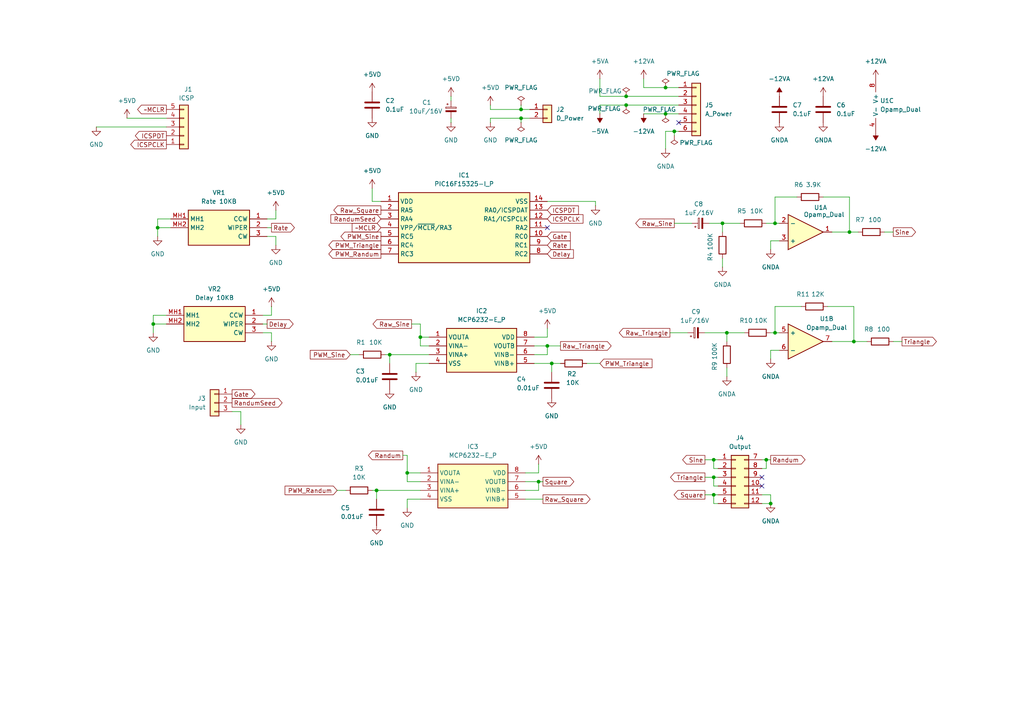
<source format=kicad_sch>
(kicad_sch (version 20231120) (generator "eeschema") (generator_version "8.0")
  (paper "A4")
  (lib_symbols
    (symbol "Connector_Generic:Conn_01x02" (pin_names (offset 1.016) hide)
      (property "Reference" "J" (at 0 2.54 0))
      (property "Value" "Conn_01x02" (at 0 -5.08 0))
      (symbol "Conn_01x02_1_1"
        (rectangle (start -1.27 -2.413) (end 0 -2.667) (stroke (width 0.1524)))
        (rectangle (start -1.27 0.127) (end 0 -0.127) (stroke (width 0.1524)))
        (rectangle (start -1.27 1.27) (end 1.27 -3.81) (stroke (width 0.254)) (fill (type background)))
        (pin passive line (at -5.08 0 0) (length 3.81) (name "Pin_1") (number "1"))
        (pin passive line (at -5.08 -2.54 0) (length 3.81) (name "Pin_2") (number "2"))
      )
    )
    (symbol "Connector_Generic:Conn_01x03" (pin_names (offset 1.016) hide)
      (property "Reference" "J" (at 0 5.08 0))
      (property "Value" "Conn_01x03" (at 0 -5.08 0))
      (symbol "Conn_01x03_1_1"
        (rectangle (start -1.27 -2.413) (end 0 -2.667) (stroke (width 0.1524)))
        (rectangle (start -1.27 0.127) (end 0 -0.127) (stroke (width 0.1524)))
        (rectangle (start -1.27 2.667) (end 0 2.413) (stroke (width 0.1524)))
        (rectangle (start -1.27 3.81) (end 1.27 -3.81) (stroke (width 0.254)) (fill (type background)))
        (pin passive line (at -5.08 2.54 0) (length 3.81) (name "Pin_1") (number "1"))
        (pin passive line (at -5.08 0 0) (length 3.81) (name "Pin_2") (number "2"))
        (pin passive line (at -5.08 -2.54 0) (length 3.81) (name "Pin_3") (number "3"))
      )
    )
    (symbol "Connector_Generic:Conn_01x05" (pin_names (offset 1.016) hide)
      (property "Reference" "J" (at 0 7.62 0))
      (property "Value" "Conn_01x05" (at 0 -7.62 0))
      (symbol "Conn_01x05_1_1"
        (rectangle (start -1.27 -4.953) (end 0 -5.207) (stroke (width 0.1524)))
        (rectangle (start -1.27 -2.413) (end 0 -2.667) (stroke (width 0.1524)))
        (rectangle (start -1.27 0.127) (end 0 -0.127) (stroke (width 0.1524)))
        (rectangle (start -1.27 2.667) (end 0 2.413) (stroke (width 0.1524)))
        (rectangle (start -1.27 5.207) (end 0 4.953) (stroke (width 0.1524)))
        (rectangle (start -1.27 6.35) (end 1.27 -6.35) (stroke (width 0.254)) (fill (type background)))
        (pin passive line (at -5.08 5.08 0) (length 3.81) (name "Pin_1") (number "1"))
        (pin passive line (at -5.08 2.54 0) (length 3.81) (name "Pin_2") (number "2"))
        (pin passive line (at -5.08 0 0) (length 3.81) (name "Pin_3") (number "3"))
        (pin passive line (at -5.08 -2.54 0) (length 3.81) (name "Pin_4") (number "4"))
        (pin passive line (at -5.08 -5.08 0) (length 3.81) (name "Pin_5") (number "5"))
      )
    )
    (symbol "Connector_Generic:Conn_01x06" (pin_names (offset 1.016) hide)
      (property "Reference" "J" (at 0 7.62 0))
      (property "Value" "Conn_01x06" (at 0 -10.16 0))
      (symbol "Conn_01x06_1_1"
        (rectangle (start -1.27 -7.493) (end 0 -7.747) (stroke (width 0.1524)))
        (rectangle (start -1.27 -4.953) (end 0 -5.207) (stroke (width 0.1524)))
        (rectangle (start -1.27 -2.413) (end 0 -2.667) (stroke (width 0.1524)))
        (rectangle (start -1.27 0.127) (end 0 -0.127) (stroke (width 0.1524)))
        (rectangle (start -1.27 2.667) (end 0 2.413) (stroke (width 0.1524)))
        (rectangle (start -1.27 5.207) (end 0 4.953) (stroke (width 0.1524)))
        (rectangle (start -1.27 6.35) (end 1.27 -8.89) (stroke (width 0.254)) (fill (type background)))
        (pin passive line (at -5.08 5.08 0) (length 3.81) (name "Pin_1") (number "1"))
        (pin passive line (at -5.08 2.54 0) (length 3.81) (name "Pin_2") (number "2"))
        (pin passive line (at -5.08 0 0) (length 3.81) (name "Pin_3") (number "3"))
        (pin passive line (at -5.08 -2.54 0) (length 3.81) (name "Pin_4") (number "4"))
        (pin passive line (at -5.08 -5.08 0) (length 3.81) (name "Pin_5") (number "5"))
        (pin passive line (at -5.08 -7.62 0) (length 3.81) (name "Pin_6") (number "6"))
      )
    )
    (symbol "Connector_Generic:Conn_02x06_Top_Bottom" (pin_names (offset 1.016) hide)
      (property "Reference" "J" (at 1.27 7.62 0))
      (property "Value" "Conn_02x06_Top_Bottom" (at 1.27 -10.16 0))
      (symbol "Conn_02x06_Top_Bottom_1_1"
        (rectangle (start -1.27 -7.493) (end 0 -7.747) (stroke (width 0.1524)))
        (rectangle (start -1.27 -4.953) (end 0 -5.207) (stroke (width 0.1524)))
        (rectangle (start -1.27 -2.413) (end 0 -2.667) (stroke (width 0.1524)))
        (rectangle (start -1.27 0.127) (end 0 -0.127) (stroke (width 0.1524)))
        (rectangle (start -1.27 2.667) (end 0 2.413) (stroke (width 0.1524)))
        (rectangle (start -1.27 5.207) (end 0 4.953) (stroke (width 0.1524)))
        (rectangle (start -1.27 6.35) (end 3.81 -8.89) (stroke (width 0.254)) (fill (type background)))
        (rectangle (start 3.81 -7.493) (end 2.54 -7.747) (stroke (width 0.1524)))
        (rectangle (start 3.81 -4.953) (end 2.54 -5.207) (stroke (width 0.1524)))
        (rectangle (start 3.81 -2.413) (end 2.54 -2.667) (stroke (width 0.1524)))
        (rectangle (start 3.81 0.127) (end 2.54 -0.127) (stroke (width 0.1524)))
        (rectangle (start 3.81 2.667) (end 2.54 2.413) (stroke (width 0.1524)))
        (rectangle (start 3.81 5.207) (end 2.54 4.953) (stroke (width 0.1524)))
        (pin passive line (at -5.08 5.08 0) (length 3.81) (name "Pin_1") (number "1"))
        (pin passive line (at 7.62 -2.54 180) (length 3.81) (name "Pin_10") (number "10"))
        (pin passive line (at 7.62 -5.08 180) (length 3.81) (name "Pin_11") (number "11"))
        (pin passive line (at 7.62 -7.62 180) (length 3.81) (name "Pin_12") (number "12"))
        (pin passive line (at -5.08 2.54 0) (length 3.81) (name "Pin_2") (number "2"))
        (pin passive line (at -5.08 0 0) (length 3.81) (name "Pin_3") (number "3"))
        (pin passive line (at -5.08 -2.54 0) (length 3.81) (name "Pin_4") (number "4"))
        (pin passive line (at -5.08 -5.08 0) (length 3.81) (name "Pin_5") (number "5"))
        (pin passive line (at -5.08 -7.62 0) (length 3.81) (name "Pin_6") (number "6"))
        (pin passive line (at 7.62 5.08 180) (length 3.81) (name "Pin_7") (number "7"))
        (pin passive line (at 7.62 2.54 180) (length 3.81) (name "Pin_8") (number "8"))
        (pin passive line (at 7.62 0 180) (length 3.81) (name "Pin_9") (number "9"))
      )
    )
    (symbol "Device:C" (pin_numbers hide) (pin_names (offset 0.254))
      (property "Reference" "C" (at 0.635 2.54 0))
      (property "Value" "C" (at 0.635 -2.54 0))
      (symbol "C_0_1"
        (polyline (pts (xy -2.032 -0.762) (xy 2.032 -0.762)) (stroke (width 0.508)))
        (polyline (pts (xy -2.032 0.762) (xy 2.032 0.762)) (stroke (width 0.508)))
      )
      (symbol "C_1_1"
        (pin passive line (at 0 3.81 270) (length 2.794) (name "~") (number "1"))
        (pin passive line (at 0 -3.81 90) (length 2.794) (name "~") (number "2"))
      )
    )
    (symbol "Device:C_Polarized_Small" (pin_numbers hide) (pin_names (offset 0.254) hide)
      (property "Reference" "C" (at 0.254 1.778 0))
      (property "Value" "C_Polarized_Small" (at 0.254 -2.032 0))
      (symbol "C_Polarized_Small_0_1"
        (rectangle (start -1.524 -0.3048) (end 1.524 -0.6858) (fill (type outline)))
        (rectangle (start -1.524 0.6858) (end 1.524 0.3048))
        (polyline (pts (xy -1.27 1.524) (xy -0.762 1.524)))
        (polyline (pts (xy -1.016 1.27) (xy -1.016 1.778)))
      )
      (symbol "C_Polarized_Small_1_1"
        (pin passive line (at 0 2.54 270) (length 1.8542) (name "~") (number "1"))
        (pin passive line (at 0 -2.54 90) (length 1.8542) (name "~") (number "2"))
      )
    )
    (symbol "Device:Opamp_Dual"
      (property "Reference" "U" (at 0 5.08 0))
      (property "Value" "Opamp_Dual" (at 0 -5.08 0))
      (symbol "Opamp_Dual_1_1"
        (polyline (pts (xy -5.08 5.08) (xy 5.08 0) (xy -5.08 -5.08) (xy -5.08 5.08)) (stroke (width 0.254)) (fill (type background)))
        (pin output line (at 7.62 0 180) (length 2.54) (name "~") (number "1"))
        (pin input line (at -7.62 -2.54 0) (length 2.54) (name "-") (number "2"))
        (pin input line (at -7.62 2.54 0) (length 2.54) (name "+") (number "3"))
      )
      (symbol "Opamp_Dual_2_1"
        (polyline (pts (xy -5.08 5.08) (xy 5.08 0) (xy -5.08 -5.08) (xy -5.08 5.08)) (stroke (width 0.254)) (fill (type background)))
        (pin input line (at -7.62 2.54 0) (length 2.54) (name "+") (number "5"))
        (pin input line (at -7.62 -2.54 0) (length 2.54) (name "-") (number "6"))
        (pin output line (at 7.62 0 180) (length 2.54) (name "~") (number "7"))
      )
      (symbol "Opamp_Dual_3_1"
        (pin power_in line (at -2.54 -7.62 90) (length 3.81) (name "V-") (number "4"))
        (pin power_in line (at -2.54 7.62 270) (length 3.81) (name "V+") (number "8"))
      )
    )
    (symbol "Device:R" (pin_numbers hide) (pin_names (offset 0))
      (property "Reference" "R" (at 2.032 0 90))
      (property "Value" "R" (at 0 0 90))
      (symbol "R_0_1"
        (rectangle (start -1.016 -2.54) (end 1.016 2.54) (stroke (width 0.254)))
      )
      (symbol "R_1_1"
        (pin passive line (at 0 3.81 270) (length 1.27) (name "~") (number "1"))
        (pin passive line (at 0 -3.81 90) (length 1.27) (name "~") (number "2"))
      )
    )
    (symbol "SamacSys_Parts:MCP6232-E_P"
      (property "Reference" "IC" (at 26.67 7.62 0))
      (property "Value" "MCP6232-E_P" (at 26.67 5.08 0))
      (symbol "MCP6232-E_P_1_1"
        (rectangle (start 5.08 2.54) (end 25.4 -10.16) (stroke (width 0.254)) (fill (type background)))
        (pin passive line (at 0 0 0) (length 5.08) (name "VOUTA") (number "1"))
        (pin passive line (at 0 -2.54 0) (length 5.08) (name "VINA-") (number "2"))
        (pin passive line (at 0 -5.08 0) (length 5.08) (name "VINA+") (number "3"))
        (pin passive line (at 0 -7.62 0) (length 5.08) (name "VSS") (number "4"))
        (pin passive line (at 30.48 -7.62 180) (length 5.08) (name "VINB+") (number "5"))
        (pin passive line (at 30.48 -5.08 180) (length 5.08) (name "VINB-") (number "6"))
        (pin passive line (at 30.48 -2.54 180) (length 5.08) (name "VOUTB") (number "7"))
        (pin passive line (at 30.48 0 180) (length 5.08) (name "VDD") (number "8"))
      )
    )
    (symbol "SamacSys_Parts:PIC16F15325-I_P"
      (property "Reference" "IC" (at 44.45 7.62 0))
      (property "Value" "PIC16F15325-I_P" (at 44.45 5.08 0))
      (symbol "PIC16F15325-I_P_1_1"
        (rectangle (start 5.08 2.54) (end 43.18 -17.78) (stroke (width 0.254)) (fill (type background)))
        (pin passive line (at 0 0 0) (length 5.08) (name "VDD") (number "1"))
        (pin passive line (at 48.26 -10.16 180) (length 5.08) (name "RC0") (number "10"))
        (pin passive line (at 48.26 -7.62 180) (length 5.08) (name "RA2") (number "11"))
        (pin passive line (at 48.26 -5.08 180) (length 5.08) (name "RA1/ICSPCLK") (number "12"))
        (pin passive line (at 48.26 -2.54 180) (length 5.08) (name "RA0/ICSPDAT") (number "13"))
        (pin passive line (at 48.26 0 180) (length 5.08) (name "VSS") (number "14"))
        (pin passive line (at 0 -2.54 0) (length 5.08) (name "RA5") (number "2"))
        (pin passive line (at 0 -5.08 0) (length 5.08) (name "RA4") (number "3"))
        (pin passive line (at 0 -7.62 0) (length 5.08) (name "VPP/~{MCLR}/RA3") (number "4"))
        (pin passive line (at 0 -10.16 0) (length 5.08) (name "RC5") (number "5"))
        (pin passive line (at 0 -12.7 0) (length 5.08) (name "RC4") (number "6"))
        (pin passive line (at 0 -15.24 0) (length 5.08) (name "RC3") (number "7"))
        (pin passive line (at 48.26 -15.24 180) (length 5.08) (name "RC2") (number "8"))
        (pin passive line (at 48.26 -12.7 180) (length 5.08) (name "RC1") (number "9"))
      )
    )
    (symbol "SamacSys_Parts:RK09D117000B"
      (property "Reference" "VR" (at 24.13 7.62 0))
      (property "Value" "RK09D117000B" (at 24.13 5.08 0))
      (symbol "RK09D117000B_1_1"
        (rectangle (start 5.08 2.54) (end 22.86 -7.62) (stroke (width 0.254)) (fill (type background)))
        (pin passive line (at 0 0 0) (length 5.08) (name "CCW") (number "1"))
        (pin passive line (at 0 -2.54 0) (length 5.08) (name "WIPER") (number "2"))
        (pin passive line (at 0 -5.08 0) (length 5.08) (name "CW") (number "3"))
        (pin passive line (at 27.94 0 180) (length 5.08) (name "MH1") (number "MH1"))
        (pin passive line (at 27.94 -2.54 180) (length 5.08) (name "MH2") (number "MH2"))
      )
    )
    (symbol "power:+12VA" (power) (pin_numbers hide) (pin_names (offset 0) hide)
      (property "Value" "+12VA" (at 0 3.556 0))
      (symbol "+12VA_0_1"
        (polyline (pts (xy -0.762 1.27) (xy 0 2.54)))
        (polyline (pts (xy 0 0) (xy 0 2.54)))
        (polyline (pts (xy 0 2.54) (xy 0.762 1.27)))
      )
      (symbol "+12VA_1_1"
        (pin power_in line (at 0 0 90) (length 0) (name "~") (number "1"))
      )
    )
    (symbol "power:+5VA" (power) (pin_numbers hide) (pin_names (offset 0) hide)
      (property "Value" "+5VA" (at 0 3.556 0))
      (symbol "+5VA_0_1"
        (polyline (pts (xy -0.762 1.27) (xy 0 2.54)))
        (polyline (pts (xy 0 0) (xy 0 2.54)))
        (polyline (pts (xy 0 2.54) (xy 0.762 1.27)))
      )
      (symbol "+5VA_1_1"
        (pin power_in line (at 0 0 90) (length 0) (name "~") (number "1"))
      )
    )
    (symbol "power:+5VD" (power) (pin_numbers hide) (pin_names (offset 0) hide)
      (property "Value" "+5VD" (at 0 3.556 0))
      (symbol "+5VD_0_1"
        (polyline (pts (xy -0.762 1.27) (xy 0 2.54)))
        (polyline (pts (xy 0 0) (xy 0 2.54)))
        (polyline (pts (xy 0 2.54) (xy 0.762 1.27)))
      )
      (symbol "+5VD_1_1"
        (pin power_in line (at 0 0 90) (length 0) (name "~") (number "1"))
      )
    )
    (symbol "power:-12VA" (power) (pin_numbers hide) (pin_names (offset 0) hide)
      (property "Value" "-12VA" (at 0 3.556 0))
      (symbol "-12VA_0_0"
        (pin power_in line (at 0 0 90) (length 0) (name "~") (number "1"))
      )
      (symbol "-12VA_0_1"
        (polyline (pts (xy 0 0) (xy 0 1.27) (xy 0.762 1.27) (xy 0 2.54) (xy -0.762 1.27) (xy 0 1.27)) (fill (type outline)))
      )
    )
    (symbol "power:-5VA" (power) (pin_numbers hide) (pin_names (offset 0) hide)
      (property "Value" "-5VA" (at 0 3.556 0))
      (symbol "-5VA_0_0"
        (pin power_in line (at 0 0 90) (length 0) (name "~") (number "1"))
      )
      (symbol "-5VA_0_1"
        (polyline (pts (xy 0 0) (xy 0 1.27) (xy 0.762 1.27) (xy 0 2.54) (xy -0.762 1.27) (xy 0 1.27)) (fill (type outline)))
      )
    )
    (symbol "power:GND" (power) (pin_numbers hide) (pin_names (offset 0) hide)
      (property "Value" "GND" (at 0 -3.81 0))
      (symbol "GND_0_1"
        (polyline (pts (xy 0 0) (xy 0 -1.27) (xy 1.27 -1.27) (xy 0 -2.54) (xy -1.27 -1.27) (xy 0 -1.27)))
      )
      (symbol "GND_1_1"
        (pin power_in line (at 0 0 270) (length 0) (name "~") (number "1"))
      )
    )
    (symbol "power:GNDA" (power) (pin_numbers hide) (pin_names (offset 0) hide)
      (property "Value" "GNDA" (at 0 -3.81 0))
      (symbol "GNDA_0_1"
        (polyline (pts (xy 0 0) (xy 0 -1.27) (xy 1.27 -1.27) (xy 0 -2.54) (xy -1.27 -1.27) (xy 0 -1.27)))
      )
      (symbol "GNDA_1_1"
        (pin power_in line (at 0 0 270) (length 0) (name "~") (number "1"))
      )
    )
    (symbol "power:PWR_FLAG" (power) (pin_numbers hide) (pin_names (offset 0) hide)
      (property "Value" "PWR_FLAG" (at 0 3.81 0))
      (symbol "PWR_FLAG_0_0"
        (pin power_out line (at 0 0 90) (length 0) (name "~") (number "1"))
      )
      (symbol "PWR_FLAG_0_1"
        (polyline (pts (xy 0 0) (xy 0 1.27) (xy -1.016 1.905) (xy 0 2.54) (xy 1.016 1.905) (xy 0 1.27)))
      )
    )
  )
  (junction (at 207.01 143.51))
  (junction (at 151.13 31.75))
  (junction (at 181.61 27.94))
  (junction (at 45.72 66.04))
  (junction (at 195.58 38.1))
  (junction (at 207.01 133.35))
  (junction (at 222.25 133.35))
  (junction (at 224.79 64.77))
  (junction (at 193.04 33.02))
  (junction (at 44.45 93.98))
  (junction (at 207.01 138.43))
  (junction (at 193.04 25.4))
  (junction (at 151.13 34.29))
  (junction (at 113.03 102.87))
  (junction (at 121.92 97.79))
  (junction (at 156.21 139.7))
  (junction (at 247.65 99.06))
  (junction (at 158.75 100.33))
  (junction (at 223.52 146.05))
  (junction (at 224.79 96.52))
  (junction (at 181.61 30.48))
  (junction (at 209.55 64.77))
  (junction (at 160.02 105.41))
  (junction (at 109.22 142.24))
  (junction (at 246.38 67.31))
  (junction (at 210.82 96.52))
  (junction (at 118.11 137.16))
  (no_connect (at 196.85 35.56))
  (no_connect (at 220.98 140.97))
  (no_connect (at 220.98 138.43))
  (no_connect (at 158.75 66.04))
  (wire (pts (xy 158.75 58.42) (xy 172.72 58.42)))
  (wire (pts (xy 220.98 133.35) (xy 222.25 133.35)))
  (wire (pts (xy 45.72 66.04) (xy 45.72 68.58)))
  (wire (pts (xy 118.11 137.16) (xy 121.92 137.16)))
  (wire (pts (xy 153.67 34.29) (xy 151.13 34.29)))
  (wire (pts (xy 77.47 68.58) (xy 80.01 68.58)))
  (wire (pts (xy 153.67 31.75) (xy 151.13 31.75)))
  (wire (pts (xy 78.74 91.44) (xy 76.2 91.44)))
  (wire (pts (xy 49.53 63.5) (xy 45.72 63.5)))
  (wire (pts (xy 209.55 64.77) (xy 214.63 64.77)))
  (wire (pts (xy 196.85 27.94) (xy 181.61 27.94)))
  (wire (pts (xy 223.52 69.85) (xy 223.52 72.39)))
  (wire (pts (xy 151.13 34.29) (xy 142.24 34.29)))
  (wire (pts (xy 196.85 25.4) (xy 193.04 25.4)))
  (wire (pts (xy 49.53 66.04) (xy 45.72 66.04)))
  (wire (pts (xy 157.48 144.78) (xy 152.4 144.78)))
  (wire (pts (xy 158.75 100.33) (xy 158.75 102.87)))
  (wire (pts (xy 121.92 97.79) (xy 121.92 93.98)))
  (wire (pts (xy 44.45 93.98) (xy 44.45 96.52)))
  (wire (pts (xy 186.69 25.4) (xy 186.69 22.86)))
  (wire (pts (xy 224.79 96.52) (xy 224.79 88.9)))
  (wire (pts (xy 207.01 138.43) (xy 208.28 138.43)))
  (wire (pts (xy 207.01 133.35) (xy 208.28 133.35)))
  (wire (pts (xy 208.28 146.05) (xy 207.01 146.05)))
  (wire (pts (xy 80.01 63.5) (xy 77.47 63.5)))
  (wire (pts (xy 156.21 137.16) (xy 156.21 134.62)))
  (wire (pts (xy 247.65 99.06) (xy 247.65 88.9)))
  (wire (pts (xy 222.25 133.35) (xy 223.52 133.35)))
  (wire (pts (xy 186.69 33.02) (xy 193.04 33.02)))
  (wire (pts (xy 210.82 106.68) (xy 210.82 109.22)))
  (wire (pts (xy 224.79 64.77) (xy 224.79 57.15)))
  (wire (pts (xy 195.58 64.77) (xy 200.66 64.77)))
  (wire (pts (xy 124.46 100.33) (xy 121.92 100.33)))
  (wire (pts (xy 118.11 132.08) (xy 116.84 132.08)))
  (wire (pts (xy 78.74 66.04) (xy 77.47 66.04)))
  (wire (pts (xy 195.58 38.1) (xy 193.04 38.1)))
  (wire (pts (xy 110.49 58.42) (xy 107.95 58.42)))
  (wire (pts (xy 107.95 142.24) (xy 109.22 142.24)))
  (wire (pts (xy 118.11 137.16) (xy 118.11 132.08)))
  (wire (pts (xy 130.81 27.94) (xy 130.81 29.21)))
  (wire (pts (xy 256.54 67.31) (xy 259.08 67.31)))
  (wire (pts (xy 121.92 97.79) (xy 124.46 97.79)))
  (wire (pts (xy 27.94 36.83) (xy 48.26 36.83)))
  (wire (pts (xy 158.75 102.87) (xy 154.94 102.87)))
  (wire (pts (xy 107.95 58.42) (xy 107.95 54.61)))
  (wire (pts (xy 247.65 88.9) (xy 240.03 88.9)))
  (wire (pts (xy 151.13 35.56) (xy 151.13 34.29)))
  (wire (pts (xy 193.04 25.4) (xy 186.69 25.4)))
  (wire (pts (xy 113.03 102.87) (xy 113.03 105.41)))
  (wire (pts (xy 121.92 144.78) (xy 118.11 144.78)))
  (wire (pts (xy 193.04 38.1) (xy 193.04 43.18)))
  (wire (pts (xy 80.01 68.58) (xy 80.01 71.12)))
  (wire (pts (xy 196.85 38.1) (xy 195.58 38.1)))
  (wire (pts (xy 101.6 102.87) (xy 104.14 102.87)))
  (wire (pts (xy 158.75 97.79) (xy 158.75 95.25)))
  (wire (pts (xy 170.18 105.41) (xy 173.99 105.41)))
  (wire (pts (xy 181.61 27.94) (xy 173.99 27.94)))
  (wire (pts (xy 194.31 96.52) (xy 199.39 96.52)))
  (wire (pts (xy 77.47 93.98) (xy 76.2 93.98)))
  (wire (pts (xy 209.55 64.77) (xy 209.55 67.31)))
  (wire (pts (xy 121.92 100.33) (xy 121.92 97.79)))
  (wire (pts (xy 142.24 31.75) (xy 142.24 30.48)))
  (wire (pts (xy 224.79 96.52) (xy 226.06 96.52)))
  (wire (pts (xy 76.2 96.52) (xy 78.74 96.52)))
  (wire (pts (xy 207.01 146.05) (xy 207.01 143.51)))
  (wire (pts (xy 130.81 35.56) (xy 130.81 34.29)))
  (wire (pts (xy 222.25 64.77) (xy 224.79 64.77)))
  (wire (pts (xy 111.76 102.87) (xy 113.03 102.87)))
  (wire (pts (xy 223.52 101.6) (xy 223.52 104.14)))
  (wire (pts (xy 142.24 34.29) (xy 142.24 35.56)))
  (wire (pts (xy 154.94 97.79) (xy 158.75 97.79)))
  (wire (pts (xy 224.79 57.15) (xy 231.14 57.15)))
  (wire (pts (xy 210.82 96.52) (xy 210.82 99.06)))
  (wire (pts (xy 223.52 96.52) (xy 224.79 96.52)))
  (wire (pts (xy 195.58 39.37) (xy 195.58 38.1)))
  (wire (pts (xy 156.21 139.7) (xy 157.48 139.7)))
  (wire (pts (xy 109.22 142.24) (xy 109.22 144.78)))
  (wire (pts (xy 173.99 30.48) (xy 173.99 33.02)))
  (wire (pts (xy 204.47 133.35) (xy 207.01 133.35)))
  (wire (pts (xy 259.08 99.06) (xy 261.62 99.06)))
  (wire (pts (xy 173.99 27.94) (xy 173.99 22.86)))
  (wire (pts (xy 247.65 99.06) (xy 251.46 99.06)))
  (wire (pts (xy 210.82 96.52) (xy 215.9 96.52)))
  (wire (pts (xy 151.13 31.75) (xy 142.24 31.75)))
  (wire (pts (xy 207.01 143.51) (xy 208.28 143.51)))
  (wire (pts (xy 241.3 67.31) (xy 246.38 67.31)))
  (wire (pts (xy 154.94 105.41) (xy 160.02 105.41)))
  (wire (pts (xy 204.47 96.52) (xy 210.82 96.52)))
  (wire (pts (xy 48.26 91.44) (xy 44.45 91.44)))
  (wire (pts (xy 69.85 119.38) (xy 69.85 123.19)))
  (wire (pts (xy 160.02 105.41) (xy 160.02 107.95)))
  (wire (pts (xy 78.74 96.52) (xy 78.74 99.06)))
  (wire (pts (xy 181.61 30.48) (xy 173.99 30.48)))
  (wire (pts (xy 246.38 67.31) (xy 246.38 57.15)))
  (wire (pts (xy 48.26 93.98) (xy 44.45 93.98)))
  (wire (pts (xy 97.79 142.24) (xy 100.33 142.24)))
  (wire (pts (xy 44.45 91.44) (xy 44.45 93.98)))
  (wire (pts (xy 78.74 88.9) (xy 78.74 91.44)))
  (wire (pts (xy 193.04 33.02) (xy 196.85 33.02)))
  (wire (pts (xy 246.38 67.31) (xy 248.92 67.31)))
  (wire (pts (xy 113.03 102.87) (xy 124.46 102.87)))
  (wire (pts (xy 121.92 93.98) (xy 119.38 93.98)))
  (wire (pts (xy 45.72 63.5) (xy 45.72 66.04)))
  (wire (pts (xy 208.28 140.97) (xy 207.01 140.97)))
  (wire (pts (xy 36.83 34.29) (xy 48.26 34.29)))
  (wire (pts (xy 220.98 135.89) (xy 222.25 135.89)))
  (wire (pts (xy 160.02 105.41) (xy 162.56 105.41)))
  (wire (pts (xy 121.92 139.7) (xy 118.11 139.7)))
  (wire (pts (xy 222.25 135.89) (xy 222.25 133.35)))
  (wire (pts (xy 204.47 143.51) (xy 207.01 143.51)))
  (wire (pts (xy 67.31 119.38) (xy 69.85 119.38)))
  (wire (pts (xy 209.55 74.93) (xy 209.55 77.47)))
  (wire (pts (xy 154.94 100.33) (xy 158.75 100.33)))
  (wire (pts (xy 118.11 144.78) (xy 118.11 147.32)))
  (wire (pts (xy 152.4 137.16) (xy 156.21 137.16)))
  (wire (pts (xy 156.21 139.7) (xy 156.21 142.24)))
  (wire (pts (xy 223.52 146.05) (xy 220.98 146.05)))
  (wire (pts (xy 172.72 58.42) (xy 172.72 59.69)))
  (wire (pts (xy 246.38 57.15) (xy 238.76 57.15)))
  (wire (pts (xy 207.01 140.97) (xy 207.01 138.43)))
  (wire (pts (xy 152.4 139.7) (xy 156.21 139.7)))
  (wire (pts (xy 241.3 99.06) (xy 247.65 99.06)))
  (wire (pts (xy 158.75 100.33) (xy 162.56 100.33)))
  (wire (pts (xy 224.79 64.77) (xy 226.06 64.77)))
  (wire (pts (xy 124.46 105.41) (xy 120.65 105.41)))
  (wire (pts (xy 226.06 101.6) (xy 223.52 101.6)))
  (wire (pts (xy 204.47 138.43) (xy 207.01 138.43)))
  (wire (pts (xy 120.65 105.41) (xy 120.65 107.95)))
  (wire (pts (xy 109.22 142.24) (xy 121.92 142.24)))
  (wire (pts (xy 118.11 139.7) (xy 118.11 137.16)))
  (wire (pts (xy 80.01 60.96) (xy 80.01 63.5)))
  (wire (pts (xy 196.85 30.48) (xy 181.61 30.48)))
  (wire (pts (xy 207.01 135.89) (xy 207.01 133.35)))
  (wire (pts (xy 226.06 69.85) (xy 223.52 69.85)))
  (wire (pts (xy 151.13 30.48) (xy 151.13 31.75)))
  (wire (pts (xy 224.79 88.9) (xy 232.41 88.9)))
  (wire (pts (xy 208.28 135.89) (xy 207.01 135.89)))
  (wire (pts (xy 205.74 64.77) (xy 209.55 64.77)))
  (wire (pts (xy 223.52 143.51) (xy 223.52 146.05)))
  (wire (pts (xy 156.21 142.24) (xy 152.4 142.24)))
  (wire (pts (xy 220.98 143.51) (xy 223.52 143.51)))
  (global_label "Randum" (shape output) (at 223.52 133.35 0) (property "Intersheetrefs" "${INTERSHEET_REFS}" (effects (hide yes))))
  (global_label "Triangle" (shape output) (at 261.62 99.06 0) (property "Intersheetrefs" "${INTERSHEET_REFS}" (effects (hide yes))))
  (global_label "ICSPCLK" (shape output) (at 48.26 41.91 180) (property "Intersheetrefs" "${INTERSHEET_REFS}" (effects (hide yes))))
  (global_label "Gate" (shape output) (at 67.31 114.3 0) (property "Intersheetrefs" "${INTERSHEET_REFS}" (effects (hide yes))))
  (global_label "Rate" (shape input) (at 158.75 71.12 0) (property "Intersheetrefs" "${INTERSHEET_REFS}" (effects (hide yes))))
  (global_label "Raw_Square" (shape output) (at 157.48 144.78 0) (property "Intersheetrefs" "${INTERSHEET_REFS}" (effects (hide yes))))
  (global_label "~MCLR" (shape output) (at 48.26 31.75 180) (property "Intersheetrefs" "${INTERSHEET_REFS}" (effects (hide yes))))
  (global_label "Raw_Sine" (shape output) (at 195.58 64.77 180) (property "Intersheetrefs" "${INTERSHEET_REFS}" (effects (hide yes))))
  (global_label "PWM_Triangle" (shape input) (at 173.99 105.41 0) (property "Intersheetrefs" "${INTERSHEET_REFS}" (effects (hide yes))))
  (global_label "RandumSeed" (shape output) (at 67.31 116.84 0) (property "Intersheetrefs" "${INTERSHEET_REFS}" (effects (hide yes))))
  (global_label "PWM_Triangle" (shape output) (at 110.49 71.12 180) (property "Intersheetrefs" "${INTERSHEET_REFS}" (effects (hide yes))))
  (global_label "Sine" (shape output) (at 204.47 133.35 180) (property "Intersheetrefs" "${INTERSHEET_REFS}" (effects (hide yes))))
  (global_label "Raw_Triangle" (shape output) (at 162.56 100.33 0) (property "Intersheetrefs" "${INTERSHEET_REFS}" (effects (hide yes))))
  (global_label "PWM_Randum" (shape output) (at 110.49 73.66 180) (property "Intersheetrefs" "${INTERSHEET_REFS}" (effects (hide yes))))
  (global_label "PWM_Randum" (shape input) (at 97.79 142.24 180) (property "Intersheetrefs" "${INTERSHEET_REFS}" (effects (hide yes))))
  (global_label "Rate" (shape output) (at 78.74 66.04 0) (property "Intersheetrefs" "${INTERSHEET_REFS}" (effects (hide yes))))
  (global_label "Raw_Square" (shape output) (at 110.49 60.96 180) (property "Intersheetrefs" "${INTERSHEET_REFS}" (effects (hide yes))))
  (global_label "RandumSeed" (shape input) (at 110.49 63.5 180) (property "Intersheetrefs" "${INTERSHEET_REFS}" (effects (hide yes))))
  (global_label "ICSPCLK" (shape input) (at 158.75 63.5 0) (property "Intersheetrefs" "${INTERSHEET_REFS}" (effects (hide yes))))
  (global_label "Square" (shape output) (at 204.47 143.51 180) (property "Intersheetrefs" "${INTERSHEET_REFS}" (effects (hide yes))))
  (global_label "Square" (shape output) (at 157.48 139.7 0) (property "Intersheetrefs" "${INTERSHEET_REFS}" (effects (hide yes))))
  (global_label "Sine" (shape output) (at 259.08 67.31 0) (property "Intersheetrefs" "${INTERSHEET_REFS}" (effects (hide yes))))
  (global_label "Triangle" (shape output) (at 204.47 138.43 180) (property "Intersheetrefs" "${INTERSHEET_REFS}" (effects (hide yes))))
  (global_label "Gate" (shape input) (at 158.75 68.58 0) (property "Intersheetrefs" "${INTERSHEET_REFS}" (effects (hide yes))))
  (global_label "Delay" (shape input) (at 158.75 73.66 0) (property "Intersheetrefs" "${INTERSHEET_REFS}" (effects (hide yes))))
  (global_label "Raw_Triangle" (shape output) (at 194.31 96.52 180) (property "Intersheetrefs" "${INTERSHEET_REFS}" (effects (hide yes))))
  (global_label "ICSPDT" (shape input) (at 158.75 60.96 0) (property "Intersheetrefs" "${INTERSHEET_REFS}" (effects (hide yes))))
  (global_label "~MCLR" (shape input) (at 110.49 66.04 180) (property "Intersheetrefs" "${INTERSHEET_REFS}" (effects (hide yes))))
  (global_label "Delay" (shape output) (at 77.47 93.98 0) (property "Intersheetrefs" "${INTERSHEET_REFS}" (effects (hide yes))))
  (global_label "Randum" (shape output) (at 116.84 132.08 180) (property "Intersheetrefs" "${INTERSHEET_REFS}" (effects (hide yes))))
  (global_label "PWM_Sine" (shape input) (at 101.6 102.87 180) (property "Intersheetrefs" "${INTERSHEET_REFS}" (effects (hide yes))))
  (global_label "PWM_Sine" (shape output) (at 110.49 68.58 180) (property "Intersheetrefs" "${INTERSHEET_REFS}" (effects (hide yes))))
  (global_label "ICSPDT" (shape output) (at 48.26 39.37 180) (property "Intersheetrefs" "${INTERSHEET_REFS}" (effects (hide yes))))
  (global_label "Raw_Sine" (shape output) (at 119.38 93.98 180) (property "Intersheetrefs" "${INTERSHEET_REFS}" (effects (hide yes))))
  (symbol (lib_id "power:+12VA") (at 186.69 22.86 0) (unit 1)
    (property "Reference" "#PWR025" (effects (hide yes)))
    (property "Value" "+12VA" (at 186.69 17.78 0))
    (property "Description" "Power symbol creates a global label with name \"+12VA\"" (effects (hide yes)))
  )
  (symbol (lib_id "power:GND") (at 130.81 35.56 0) (unit 1)
    (property "Reference" "#PWR03" (effects (hide yes)))
    (property "Value" "GND" (at 130.81 40.64 0))
    (property "Description" "Power symbol creates a global label with name \"GND\" , ground" (effects (hide yes)))
  )
  (symbol (lib_id "power:PWR_FLAG") (at 181.61 30.48 180) (unit 1)
    (property "Reference" "#FLG05" (effects (hide yes)))
    (property "Value" "PWR_FLAG" (at 175.26 31.496 0))
    (property "Description" "Special symbol for telling ERC where power comes from" (effects (hide yes)))
  )
  (symbol (lib_id "power:GND") (at 160.02 115.57 0) (unit 1)
    (property "Reference" "#PWR023" (effects (hide yes)))
    (property "Value" "GND" (at 160.02 120.65 0))
    (property "Description" "Power symbol creates a global label with name \"GND\" , ground" (effects (hide yes)))
  )
  (symbol (lib_id "Connector_Generic:Conn_01x02") (at 158.75 31.75 0) (unit 1)
    (property "Reference" "J2" (at 161.29 31.7499 0) (effects (justify left)))
    (property "Value" "D_Power" (at 161.29 34.2899 0) (effects (justify left)))
    (property "Footprint" "Connector_PinSocket_2.54mm:PinSocket_1x02_P2.54mm_Vertical" (effects (hide yes)))
    (property "Description" "Generic connector, single row, 01x02, script generated (kicad-library-utils/schlib/autogen/connector/)" (effects (hide yes)))
  )
  (symbol (lib_id "power:GND") (at 107.95 34.29 0) (unit 1)
    (property "Reference" "#PWR08" (effects (hide yes)))
    (property "Value" "GND" (at 107.95 39.37 0))
    (property "Description" "Power symbol creates a global label with name \"GND\" , ground" (effects (hide yes)))
  )
  (symbol (lib_id "Device:R") (at 252.73 67.31 90) (unit 1)
    (property "Reference" "R7" (at 249.428 63.754 90))
    (property "Value" "100" (at 253.746 63.754 90))
    (property "Footprint" "Resistor_THT:R_Axial_DIN0204_L3.6mm_D1.6mm_P2.54mm_Vertical" (effects (hide yes)))
    (property "Description" "Resistor" (effects (hide yes)))
  )
  (symbol (lib_id "power:+5VD") (at 142.24 30.48 0) (unit 1)
    (property "Reference" "#PWR01" (effects (hide yes)))
    (property "Value" "+5VD" (at 142.24 25.4 0))
    (property "Description" "Power symbol creates a global label with name \"+5VD\"" (effects (hide yes)))
  )
  (symbol (lib_id "Device:R") (at 166.37 105.41 90) (unit 1)
    (property "Reference" "R2" (at 165.862 108.458 90))
    (property "Value" "10K" (at 166.116 110.998 90))
    (property "Footprint" "Resistor_THT:R_Axial_DIN0204_L3.6mm_D1.6mm_P2.54mm_Vertical" (effects (hide yes)))
    (property "Description" "Resistor" (effects (hide yes)))
  )
  (symbol (lib_id "power:-12VA") (at 186.69 33.02 180) (unit 1)
    (property "Reference" "#PWR029" (effects (hide yes)))
    (property "Value" "-12VA" (at 186.69 38.1 0))
    (property "Description" "Power symbol creates a global label with name \"-12VA\"" (effects (hide yes)))
  )
  (symbol (lib_id "Connector_Generic:Conn_01x05") (at 53.34 36.83 0) (mirror x) (unit 1)
    (property "Reference" "J1" (at 54.61 25.908 0))
    (property "Value" "ICSP" (at 54.102 28.448 0))
    (property "Footprint" "Connector_PinHeader_2.54mm:PinHeader_1x05_P2.54mm_Horizontal" (effects (hide yes)))
    (property "Description" "Generic connector, single row, 01x05, script generated (kicad-library-utils/schlib/autogen/connector/)" (effects (hide yes)))
  )
  (symbol (lib_id "power:GND") (at 27.94 36.83 0) (unit 1)
    (property "Reference" "#PWR010" (effects (hide yes)))
    (property "Value" "GND" (at 27.94 41.91 0))
    (property "Description" "Power symbol creates a global label with name \"GND\" , ground" (effects (hide yes)))
  )
  (symbol (lib_id "Device:R") (at 255.27 99.06 90) (unit 1)
    (property "Reference" "R8" (at 251.968 95.504 90))
    (property "Value" "100" (at 256.286 95.504 90))
    (property "Footprint" "Resistor_THT:R_Axial_DIN0204_L3.6mm_D1.6mm_P2.54mm_Vertical" (effects (hide yes)))
    (property "Description" "Resistor" (effects (hide yes)))
  )
  (symbol (lib_id "Connector_Generic:Conn_01x03") (at 62.23 116.84 0) (mirror y) (unit 1)
    (property "Reference" "J3" (at 59.69 115.5699 0) (effects (justify left)))
    (property "Value" "Input" (at 59.69 118.1099 0) (effects (justify left)))
    (property "Footprint" "Connector_PinSocket_2.54mm:PinSocket_1x03_P2.54mm_Vertical" (effects (hide yes)))
    (property "Description" "Generic connector, single row, 01x03, script generated (kicad-library-utils/schlib/autogen/connector/)" (effects (hide yes)))
  )
  (symbol (lib_id "power:-5VA") (at 173.99 33.02 180) (unit 1)
    (property "Reference" "#PWR027" (effects (hide yes)))
    (property "Value" "-5VA" (at 173.99 38.1 0))
    (property "Description" "Power symbol creates a global label with name \"-5VA\"" (effects (hide yes)))
  )
  (symbol (lib_id "power:GND") (at 113.03 113.03 0) (unit 1)
    (property "Reference" "#PWR022" (effects (hide yes)))
    (property "Value" "GND" (at 113.03 118.11 0))
    (property "Description" "Power symbol creates a global label with name \"GND\" , ground" (effects (hide yes)))
  )
  (symbol (lib_id "power:+5VD") (at 156.21 134.62 0) (unit 1)
    (property "Reference" "#PWR014" (effects (hide yes)))
    (property "Value" "+5VD" (at 156.21 129.54 0))
    (property "Description" "Power symbol creates a global label with name \"+5VD\"" (effects (hide yes)))
  )
  (symbol (lib_id "power:GNDA") (at 223.52 72.39 0) (unit 1)
    (property "Reference" "#PWR037" (effects (hide yes)))
    (property "Value" "GNDA" (at 223.52 77.47 0))
    (property "Description" "Power symbol creates a global label with name \"GNDA\" , analog ground" (effects (hide yes)))
  )
  (symbol (lib_id "SamacSys_Parts:MCP6232-E_P") (at 121.92 137.16 0) (unit 1)
    (property "Reference" "IC3" (at 137.16 129.54 0))
    (property "Value" "MCP6232-E_P" (at 137.16 132.08 0))
    (property "Footprint" "Package_DIP:DIP-8_W7.62mm_LongPads" (effects (hide yes)))
    (property "Datasheet" "https://datasheet.datasheetarchive.com/originals/dk/DKDS41/DSANUWW0026474.pdf" (effects (hide yes)))
    (property "Description" "Microchip MCP6232-E/P, Dual Op Amp, 0.3MHz CMOS, Rail to Rail, 3 V, 5 V, 8-Pin PDIP" (effects (hide yes)))
    (property "Height" "5.334" (effects (hide yes)))
    (property "Manufacturer_Name" "Microchip" (effects (hide yes)))
    (property "Manufacturer_Part_Number" "MCP6232-E/P" (effects (hide yes)))
    (property "Mouser Part Number" "579-MCP6232-E/P" (effects (hide yes)))
    (property "Mouser Price/Stock" "https://www.mouser.co.uk/ProductDetail/Microchip-Technology-Atmel/MCP6232-E-P?qs=YUl711QUJY1BDhCAUqTrLQ%3D%3D" (effects (hide yes)))
    (property "Arrow Part Number" "MCP6232-E/P" (effects (hide yes)))
    (property "Arrow Price/Stock" "https://www.arrow.com/en/products/mcp6232-ep/microchip-technology?region=nac" (effects (hide yes)))
  )
  (symbol (lib_id "power:+5VD") (at 36.83 34.29 0) (mirror y) (unit 1)
    (property "Reference" "#PWR09" (effects (hide yes)))
    (property "Value" "+5VD" (at 36.83 29.21 0))
    (property "Description" "Power symbol creates a global label with name \"+5VD\"" (effects (hide yes)))
  )
  (symbol (lib_id "power:GND") (at 44.45 96.52 0) (unit 1)
    (property "Reference" "#PWR016" (effects (hide yes)))
    (property "Value" "GND" (at 44.45 101.6 0))
    (property "Description" "Power symbol creates a global label with name \"GND\" , ground" (effects (hide yes)))
  )
  (symbol (lib_id "power:+5VD") (at 107.95 26.67 0) (unit 1)
    (property "Reference" "#PWR07" (effects (hide yes)))
    (property "Value" "+5VD" (at 107.95 21.59 0))
    (property "Description" "Power symbol creates a global label with name \"+5VD\"" (effects (hide yes)))
  )
  (symbol (lib_id "Device:R") (at 218.44 64.77 90) (unit 1)
    (property "Reference" "R5" (at 215.138 61.214 90))
    (property "Value" "10K" (at 219.456 61.214 90))
    (property "Footprint" "Resistor_THT:R_Axial_DIN0204_L3.6mm_D1.6mm_P2.54mm_Vertical" (effects (hide yes)))
    (property "Description" "Resistor" (effects (hide yes)))
  )
  (symbol (lib_id "power:GND") (at 142.24 35.56 0) (unit 1)
    (property "Reference" "#PWR02" (effects (hide yes)))
    (property "Value" "GND" (at 142.24 40.64 0))
    (property "Description" "Power symbol creates a global label with name \"GND\" , ground" (effects (hide yes)))
  )
  (symbol (lib_id "power:GNDA") (at 209.55 77.47 0) (unit 1)
    (property "Reference" "#PWR036" (effects (hide yes)))
    (property "Value" "GNDA" (at 209.55 82.55 0))
    (property "Description" "Power symbol creates a global label with name \"GNDA\" , analog ground" (effects (hide yes)))
  )
  (symbol (lib_id "power:GND") (at 45.72 68.58 0) (unit 1)
    (property "Reference" "#PWR015" (effects (hide yes)))
    (property "Value" "GND" (at 45.72 73.66 0))
    (property "Description" "Power symbol creates a global label with name \"GND\" , ground" (effects (hide yes)))
  )
  (symbol (lib_id "Device:R") (at 104.14 142.24 90) (unit 1)
    (property "Reference" "R3" (at 104.14 135.89 90))
    (property "Value" "10K" (at 104.14 138.43 90))
    (property "Footprint" "Resistor_THT:R_Axial_DIN0204_L3.6mm_D1.6mm_P2.54mm_Vertical" (effects (hide yes)))
    (property "Description" "Resistor" (effects (hide yes)))
  )
  (symbol (lib_id "power:GNDA") (at 223.52 104.14 0) (unit 1)
    (property "Reference" "#PWR038" (effects (hide yes)))
    (property "Value" "GNDA" (at 223.52 109.22 0))
    (property "Description" "Power symbol creates a global label with name \"GNDA\" , analog ground" (effects (hide yes)))
  )
  (symbol (lib_id "Device:C") (at 107.95 30.48 0) (unit 1)
    (property "Reference" "C2" (at 111.76 29.2099 0) (effects (justify left)))
    (property "Value" "0.1uF" (at 111.76 31.7499 0) (effects (justify left)))
    (property "Footprint" "Capacitor_THT:C_Disc_D5.0mm_W2.5mm_P2.50mm" (effects (hide yes)))
    (property "Description" "Unpolarized capacitor" (effects (hide yes)))
  )
  (symbol (lib_id "power:GNDA") (at 238.76 35.56 0) (unit 1)
    (property "Reference" "#PWR035" (effects (hide yes)))
    (property "Value" "GNDA" (at 238.76 40.64 0))
    (property "Description" "Power symbol creates a global label with name \"GNDA\" , analog ground" (effects (hide yes)))
  )
  (symbol (lib_id "SamacSys_Parts:PIC16F15325-I_P") (at 110.49 58.42 0) (unit 1)
    (property "Reference" "IC1" (at 134.62 50.8 0))
    (property "Value" "PIC16F15325-I_P" (at 134.62 53.34 0))
    (property "Footprint" "Package_DIP:DIP-14_W7.62mm_LongPads" (effects (hide yes)))
    (property "Datasheet" "http://ww1.microchip.com/downloads/en/DeviceDoc/PIC16-L-F15325-45-Data-Sheet-40001865D.pdf" (effects (hide yes)))
    (property "Description" "Microchip Technology PIC16F15325-I/P, 8bit 8 bit CPU Microcontroller, 32MHz, 14 kB Flash, 20-Pin PDIP" (effects (hide yes)))
    (property "Height" "5.334" (effects (hide yes)))
    (property "Manufacturer_Name" "Microchip" (effects (hide yes)))
    (property "Manufacturer_Part_Number" "PIC16F15325-I/P" (effects (hide yes)))
    (property "Mouser Part Number" "579-PIC16F15325-I/P" (effects (hide yes)))
    (property "Mouser Price/Stock" "https://www.mouser.co.uk/ProductDetail/Microchip-Technology/PIC16F15325-I-P?qs=IP4CA2YhK0DC%2Fn%252BBka0%252BeQ%3D%3D" (effects (hide yes)))
    (property "Arrow Part Number" "PIC16F15325-I/P" (effects (hide yes)))
    (property "Arrow Price/Stock" "https://www.arrow.com/en/products/pic16f15325-ip/microchip-technology?region=nac" (effects (hide yes)))
  )
  (symbol (lib_id "Device:Opamp_Dual") (at 233.68 67.31 0) (mirror x) (unit 1)
    (property "Reference" "U1" (at 237.998 60.198 0))
    (property "Value" "Opamp_Dual" (at 239.014 62.23 0))
    (property "Footprint" "Package_DIP:DIP-8_W7.62mm_LongPads" (effects (hide yes)))
    (property "Description" "Dual operational amplifier" (effects (hide yes)))
    (property "Sim.Library" "${KICAD7_SYMBOL_DIR}/Simulation_SPICE.sp" (effects (hide yes)))
    (property "Sim.Name" "kicad_builtin_opamp_dual" (effects (hide yes)))
    (property "Sim.Device" "SUBCKT" (effects (hide yes)))
    (property "Sim.Pins" "1=out1 2=in1- 3=in1+ 4=vee 5=in2+ 6=in2- 7=out2 8=vcc" (effects (hide yes)))
  )
  (symbol (lib_id "Connector_Generic:Conn_02x06_Top_Bottom") (at 213.36 138.43 0) (unit 1)
    (property "Reference" "J4" (at 214.63 127 0))
    (property "Value" "Output" (at 214.63 129.54 0))
    (property "Footprint" "Connector_PinSocket_2.54mm:PinSocket_2x06_P2.54mm_Vertical" (effects (hide yes)))
    (property "Description" "Generic connector, double row, 02x06, top/bottom pin numbering scheme (row 1: 1...pins_per_row, row2: pins_per_row+1 ... num_pins), script generated (kicad-library-utils/schlib/autogen/connector/)" (effects (hide yes)))
  )
  (symbol (lib_id "power:-12VA") (at 254 38.1 180) (unit 1)
    (property "Reference" "#PWR031" (effects (hide yes)))
    (property "Value" "-12VA" (at 254 43.18 0))
    (property "Description" "Power symbol creates a global label with name \"-12VA\"" (effects (hide yes)))
  )
  (symbol (lib_id "Device:Opamp_Dual") (at 233.68 99.06 0) (unit 2)
    (property "Reference" "U1" (at 239.776 92.456 0))
    (property "Value" "Opamp_Dual" (at 239.776 94.996 0))
    (property "Footprint" "Package_DIP:DIP-8_W7.62mm_LongPads" (effects (hide yes)))
    (property "Description" "Dual operational amplifier" (effects (hide yes)))
    (property "Sim.Library" "${KICAD7_SYMBOL_DIR}/Simulation_SPICE.sp" (effects (hide yes)))
    (property "Sim.Name" "kicad_builtin_opamp_dual" (effects (hide yes)))
    (property "Sim.Device" "SUBCKT" (effects (hide yes)))
    (property "Sim.Pins" "1=out1 2=in1- 3=in1+ 4=vee 5=in2+ 6=in2- 7=out2 8=vcc" (effects (hide yes)))
  )
  (symbol (lib_id "power:GNDA") (at 210.82 109.22 0) (unit 1)
    (property "Reference" "#PWR039" (effects (hide yes)))
    (property "Value" "GNDA" (at 210.82 114.3 0))
    (property "Description" "Power symbol creates a global label with name \"GNDA\" , analog ground" (effects (hide yes)))
  )
  (symbol (lib_id "power:GNDA") (at 193.04 43.18 0) (unit 1)
    (property "Reference" "#PWR026" (effects (hide yes)))
    (property "Value" "GNDA" (at 193.04 48.26 0))
    (property "Description" "Power symbol creates a global label with name \"GNDA\" , analog ground" (effects (hide yes)))
  )
  (symbol (lib_id "SamacSys_Parts:RK09D117000B") (at 76.2 91.44 0) (mirror y) (unit 1)
    (property "Reference" "VR2" (at 62.23 83.82 0))
    (property "Value" "Delay 10KB" (at 62.23 86.36 0))
    (property "Footprint" "SamacSys_Parts:RK09D117000B" (effects (hide yes)))
    (property "Datasheet" "https://tech.alpsalpine.com/prod/j/html/potentiometer/rotarypotentiometers/rk09k/rk09d117000b.html" (effects (hide yes)))
    (property "Description" "9-inch insulated shaft snap-in type RK09K/RK09D series" (effects (hide yes)))
    (property "Height" "30" (effects (hide yes)))
    (property "Manufacturer_Name" "ALPS Electric" (effects (hide yes)))
    (property "Manufacturer_Part_Number" "RK09D117000B" (effects (hide yes)))
    (property "Mouser Part Number" "688-RK09D117000B" (effects (hide yes)))
    (property "Mouser Price/Stock" "https://www.mouser.co.uk/ProductDetail/Alps-Alpine/RK09D117000B?qs=3cOf6TWd2rbc67829PEbEQ%3D%3D" (effects (hide yes)))
  )
  (symbol (lib_id "power:GND") (at 120.65 107.95 0) (unit 1)
    (property "Reference" "#PWR012" (effects (hide yes)))
    (property "Value" "GND" (at 120.65 113.03 0))
    (property "Description" "Power symbol creates a global label with name \"GND\" , ground" (effects (hide yes)))
  )
  (symbol (lib_id "power:PWR_FLAG") (at 181.61 27.94 0) (unit 1)
    (property "Reference" "#FLG04" (effects (hide yes)))
    (property "Value" "PWR_FLAG" (at 175.514 26.416 0))
    (property "Description" "Special symbol for telling ERC where power comes from" (effects (hide yes)))
  )
  (symbol (lib_id "power:+12VA") (at 254 22.86 0) (unit 1)
    (property "Reference" "#PWR030" (effects (hide yes)))
    (property "Value" "+12VA" (at 254 17.78 0))
    (property "Description" "Power symbol creates a global label with name \"+12VA\"" (effects (hide yes)))
  )
  (symbol (lib_id "Device:C_Polarized_Small") (at 130.81 31.75 0) (unit 1)
    (property "Reference" "C1" (at 122.428 29.718 0) (effects (justify left)))
    (property "Value" "10uF/16V" (at 118.618 32.258 0) (effects (justify left)))
    (property "Footprint" "Capacitor_THT:CP_Radial_D5.0mm_P2.50mm" (effects (hide yes)))
    (property "Description" "Polarized capacitor, small symbol" (effects (hide yes)))
  )
  (symbol (lib_id "Device:C_Polarized_Small") (at 203.2 64.77 90) (unit 1)
    (property "Reference" "C8" (at 203.962 59.182 90) (effects (justify left)))
    (property "Value" "1uF/16V" (at 207.01 61.722 90) (effects (justify left)))
    (property "Footprint" "Capacitor_THT:CP_Radial_D5.0mm_P2.50mm" (effects (hide yes)))
    (property "Description" "Polarized capacitor, small symbol" (effects (hide yes)))
  )
  (symbol (lib_id "power:PWR_FLAG") (at 193.04 33.02 180) (unit 1)
    (property "Reference" "#FLG06" (effects (hide yes)))
    (property "Value" "PWR_FLAG" (at 191.262 31.75 0))
    (property "Description" "Special symbol for telling ERC where power comes from" (effects (hide yes)))
  )
  (symbol (lib_id "power:-12VA") (at 226.06 27.94 0) (unit 1)
    (property "Reference" "#PWR034" (effects (hide yes)))
    (property "Value" "-12VA" (at 226.06 22.86 0))
    (property "Description" "Power symbol creates a global label with name \"-12VA\"" (effects (hide yes)))
  )
  (symbol (lib_id "Device:R") (at 234.95 57.15 90) (unit 1)
    (property "Reference" "R6" (at 231.648 53.594 90))
    (property "Value" "3.9K" (at 235.966 53.594 90))
    (property "Footprint" "Resistor_THT:R_Axial_DIN0204_L3.6mm_D1.6mm_P2.54mm_Vertical" (effects (hide yes)))
    (property "Description" "Resistor" (effects (hide yes)))
  )
  (symbol (lib_id "power:GNDA") (at 223.52 146.05 0) (unit 1)
    (property "Reference" "#PWR041" (effects (hide yes)))
    (property "Value" "GNDA" (at 223.52 151.13 0))
    (property "Description" "Power symbol creates a global label with name \"GNDA\" , analog ground" (effects (hide yes)))
  )
  (symbol (lib_id "power:+5VD") (at 107.95 54.61 0) (unit 1)
    (property "Reference" "#PWR05" (effects (hide yes)))
    (property "Value" "+5VD" (at 107.95 49.53 0))
    (property "Description" "Power symbol creates a global label with name \"+5VD\"" (effects (hide yes)))
  )
  (symbol (lib_id "power:PWR_FLAG") (at 151.13 30.48 0) (unit 1)
    (property "Reference" "#FLG01" (effects (hide yes)))
    (property "Value" "PWR_FLAG" (at 151.13 25.4 0))
    (property "Description" "Special symbol for telling ERC where power comes from" (effects (hide yes)))
  )
  (symbol (lib_id "Connector_Generic:Conn_01x06") (at 201.93 30.48 0) (unit 1)
    (property "Reference" "J5" (at 204.47 30.4799 0) (effects (justify left)))
    (property "Value" "A_Power" (at 204.47 33.0199 0) (effects (justify left)))
    (property "Footprint" "Connector_PinHeader_2.54mm:PinHeader_1x06_P2.54mm_Vertical" (effects (hide yes)))
    (property "Description" "Generic connector, single row, 01x06, script generated (kicad-library-utils/schlib/autogen/connector/)" (effects (hide yes)))
  )
  (symbol (lib_id "power:PWR_FLAG") (at 193.04 25.4 0) (unit 1)
    (property "Reference" "#FLG03" (effects (hide yes)))
    (property "Value" "PWR_FLAG" (at 198.12 21.336 0))
    (property "Description" "Special symbol for telling ERC where power comes from" (effects (hide yes)))
  )
  (symbol (lib_id "power:GND") (at 80.01 71.12 0) (unit 1)
    (property "Reference" "#PWR017" (effects (hide yes)))
    (property "Value" "GND" (at 80.01 76.2 0))
    (property "Description" "Power symbol creates a global label with name \"GND\" , ground" (effects (hide yes)))
  )
  (symbol (lib_id "Device:R") (at 210.82 102.87 180) (unit 1)
    (property "Reference" "R9" (at 207.264 106.172 90))
    (property "Value" "100K" (at 207.264 101.854 90))
    (property "Footprint" "Resistor_THT:R_Axial_DIN0204_L3.6mm_D1.6mm_P2.54mm_Vertical" (effects (hide yes)))
    (property "Description" "Resistor" (effects (hide yes)))
  )
  (symbol (lib_id "SamacSys_Parts:RK09D117000B") (at 77.47 63.5 0) (mirror y) (unit 1)
    (property "Reference" "VR1" (at 63.5 55.88 0))
    (property "Value" "Rate 10KB" (at 63.5 58.42 0))
    (property "Footprint" "SamacSys_Parts:RK09D117000B" (effects (hide yes)))
    (property "Datasheet" "https://tech.alpsalpine.com/prod/j/html/potentiometer/rotarypotentiometers/rk09k/rk09d117000b.html" (effects (hide yes)))
    (property "Description" "9-inch insulated shaft snap-in type RK09K/RK09D series" (effects (hide yes)))
    (property "Height" "30" (effects (hide yes)))
    (property "Manufacturer_Name" "ALPS Electric" (effects (hide yes)))
    (property "Manufacturer_Part_Number" "RK09D117000B" (effects (hide yes)))
    (property "Mouser Part Number" "688-RK09D117000B" (effects (hide yes)))
    (property "Mouser Price/Stock" "https://www.mouser.co.uk/ProductDetail/Alps-Alpine/RK09D117000B?qs=3cOf6TWd2rbc67829PEbEQ%3D%3D" (effects (hide yes)))
  )
  (symbol (lib_id "Device:R") (at 209.55 71.12 180) (unit 1)
    (property "Reference" "R4" (at 205.994 74.422 90))
    (property "Value" "100K" (at 205.994 70.104 90))
    (property "Footprint" "Resistor_THT:R_Axial_DIN0204_L3.6mm_D1.6mm_P2.54mm_Vertical" (effects (hide yes)))
    (property "Description" "Resistor" (effects (hide yes)))
  )
  (symbol (lib_id "power:GND") (at 78.74 99.06 0) (unit 1)
    (property "Reference" "#PWR018" (effects (hide yes)))
    (property "Value" "GND" (at 78.74 104.14 0))
    (property "Description" "Power symbol creates a global label with name \"GND\" , ground" (effects (hide yes)))
  )
  (symbol (lib_id "Device:Opamp_Dual") (at 256.54 30.48 0) (unit 3)
    (property "Reference" "U1" (at 255.27 29.2099 0) (effects (justify left)))
    (property "Value" "Opamp_Dual" (at 255.27 31.7499 0) (effects (justify left)))
    (property "Footprint" "Package_DIP:DIP-8_W7.62mm_LongPads" (effects (hide yes)))
    (property "Description" "Dual operational amplifier" (effects (hide yes)))
    (property "Sim.Library" "${KICAD7_SYMBOL_DIR}/Simulation_SPICE.sp" (effects (hide yes)))
    (property "Sim.Name" "kicad_builtin_opamp_dual" (effects (hide yes)))
    (property "Sim.Device" "SUBCKT" (effects (hide yes)))
    (property "Sim.Pins" "1=out1 2=in1- 3=in1+ 4=vee 5=in2+ 6=in2- 7=out2 8=vcc" (effects (hide yes)))
  )
  (symbol (lib_id "power:PWR_FLAG") (at 195.58 39.37 180) (unit 1)
    (property "Reference" "#FLG07" (effects (hide yes)))
    (property "Value" "PWR_FLAG" (at 201.93 41.402 0))
    (property "Description" "Special symbol for telling ERC where power comes from" (effects (hide yes)))
  )
  (symbol (lib_id "power:GND") (at 172.72 59.69 0) (unit 1)
    (property "Reference" "#PWR06" (effects (hide yes)))
    (property "Value" "GND" (at 172.72 64.77 0))
    (property "Description" "Power symbol creates a global label with name \"GND\" , ground" (effects (hide yes)))
  )
  (symbol (lib_id "power:+12VA") (at 238.76 27.94 0) (unit 1)
    (property "Reference" "#PWR032" (effects (hide yes)))
    (property "Value" "+12VA" (at 238.76 22.86 0))
    (property "Description" "Power symbol creates a global label with name \"+12VA\"" (effects (hide yes)))
  )
  (symbol (lib_id "power:+5VD") (at 158.75 95.25 0) (unit 1)
    (property "Reference" "#PWR011" (effects (hide yes)))
    (property "Value" "+5VD" (at 158.75 90.17 0))
    (property "Description" "Power symbol creates a global label with name \"+5VD\"" (effects (hide yes)))
  )
  (symbol (lib_id "power:+5VD") (at 80.01 60.96 0) (unit 1)
    (property "Reference" "#PWR019" (effects (hide yes)))
    (property "Value" "+5VD" (at 80.01 55.88 0))
    (property "Description" "Power symbol creates a global label with name \"+5VD\"" (effects (hide yes)))
  )
  (symbol (lib_id "power:GND") (at 109.22 152.4 0) (unit 1)
    (property "Reference" "#PWR024" (effects (hide yes)))
    (property "Value" "GND" (at 109.22 157.48 0))
    (property "Description" "Power symbol creates a global label with name \"GND\" , ground" (effects (hide yes)))
  )
  (symbol (lib_id "Device:C") (at 160.02 111.76 0) (unit 1)
    (property "Reference" "C4" (at 149.86 109.982 0) (effects (justify left)))
    (property "Value" "0.01uF" (at 149.86 112.522 0) (effects (justify left)))
    (property "Footprint" "Capacitor_THT:C_Disc_D3.4mm_W2.1mm_P2.50mm" (effects (hide yes)))
    (property "Description" "Unpolarized capacitor" (effects (hide yes)))
  )
  (symbol (lib_id "Device:C") (at 113.03 109.22 0) (unit 1)
    (property "Reference" "C3" (at 103.124 107.696 0) (effects (justify left)))
    (property "Value" "0.01uF" (at 103.124 110.236 0) (effects (justify left)))
    (property "Footprint" "Capacitor_THT:C_Disc_D3.4mm_W2.1mm_P2.50mm" (effects (hide yes)))
    (property "Description" "Unpolarized capacitor" (effects (hide yes)))
  )
  (symbol (lib_id "Device:C") (at 109.22 148.59 0) (unit 1)
    (property "Reference" "C5" (at 98.806 147.32 0) (effects (justify left)))
    (property "Value" "0.01uF" (at 98.806 149.86 0) (effects (justify left)))
    (property "Footprint" "Capacitor_THT:C_Disc_D3.4mm_W2.1mm_P2.50mm" (effects (hide yes)))
    (property "Description" "Unpolarized capacitor" (effects (hide yes)))
  )
  (symbol (lib_id "power:+5VD") (at 78.74 88.9 0) (unit 1)
    (property "Reference" "#PWR020" (effects (hide yes)))
    (property "Value" "+5VD" (at 78.74 83.82 0))
    (property "Description" "Power symbol creates a global label with name \"+5VD\"" (effects (hide yes)))
  )
  (symbol (lib_id "Device:R") (at 236.22 88.9 90) (unit 1)
    (property "Reference" "R11" (at 232.918 85.344 90))
    (property "Value" "12K" (at 237.236 85.344 90))
    (property "Footprint" "Resistor_THT:R_Axial_DIN0204_L3.6mm_D1.6mm_P2.54mm_Vertical" (effects (hide yes)))
    (property "Description" "Resistor" (effects (hide yes)))
  )
  (symbol (lib_id "Device:C_Polarized_Small") (at 201.93 96.52 90) (unit 1)
    (property "Reference" "C9" (at 203.2 90.424 90) (effects (justify left)))
    (property "Value" "1uF/16V" (at 205.74 92.964 90) (effects (justify left)))
    (property "Footprint" "Capacitor_THT:CP_Radial_D5.0mm_P2.50mm" (effects (hide yes)))
    (property "Description" "Polarized capacitor, small symbol" (effects (hide yes)))
  )
  (symbol (lib_id "Device:R") (at 219.71 96.52 90) (unit 1)
    (property "Reference" "R10" (at 216.408 92.964 90))
    (property "Value" "10K" (at 220.726 92.964 90))
    (property "Footprint" "Resistor_THT:R_Axial_DIN0204_L3.6mm_D1.6mm_P2.54mm_Vertical" (effects (hide yes)))
    (property "Description" "Resistor" (effects (hide yes)))
  )
  (symbol (lib_id "power:+5VD") (at 130.81 27.94 0) (unit 1)
    (property "Reference" "#PWR04" (effects (hide yes)))
    (property "Value" "+5VD" (at 130.81 22.86 0))
    (property "Description" "Power symbol creates a global label with name \"+5VD\"" (effects (hide yes)))
  )
  (symbol (lib_id "power:GND") (at 69.85 123.19 0) (unit 1)
    (property "Reference" "#PWR021" (effects (hide yes)))
    (property "Value" "GND" (at 69.85 128.27 0))
    (property "Description" "Power symbol creates a global label with name \"GND\" , ground" (effects (hide yes)))
  )
  (symbol (lib_id "power:GNDA") (at 226.06 35.56 0) (unit 1)
    (property "Reference" "#PWR033" (effects (hide yes)))
    (property "Value" "GNDA" (at 226.06 40.64 0))
    (property "Description" "Power symbol creates a global label with name \"GNDA\" , analog ground" (effects (hide yes)))
  )
  (symbol (lib_id "power:GND") (at 118.11 147.32 0) (unit 1)
    (property "Reference" "#PWR013" (effects (hide yes)))
    (property "Value" "GND" (at 118.11 152.4 0))
    (property "Description" "Power symbol creates a global label with name \"GND\" , ground" (effects (hide yes)))
  )
  (symbol (lib_id "Device:R") (at 107.95 102.87 90) (unit 1)
    (property "Reference" "R1" (at 104.648 99.314 90))
    (property "Value" "10K" (at 108.966 99.314 90))
    (property "Footprint" "Resistor_THT:R_Axial_DIN0204_L3.6mm_D1.6mm_P2.54mm_Vertical" (effects (hide yes)))
    (property "Description" "Resistor" (effects (hide yes)))
  )
  (symbol (lib_id "power:PWR_FLAG") (at 151.13 35.56 180) (unit 1)
    (property "Reference" "#FLG02" (effects (hide yes)))
    (property "Value" "PWR_FLAG" (at 151.13 40.64 0))
    (property "Description" "Special symbol for telling ERC where power comes from" (effects (hide yes)))
  )
  (symbol (lib_id "SamacSys_Parts:MCP6232-E_P") (at 124.46 97.79 0) (unit 1)
    (property "Reference" "IC2" (at 139.7 90.17 0))
    (property "Value" "MCP6232-E_P" (at 139.7 92.71 0))
    (property "Footprint" "Package_DIP:DIP-8_W7.62mm_LongPads" (effects (hide yes)))
    (property "Datasheet" "https://datasheet.datasheetarchive.com/originals/dk/DKDS41/DSANUWW0026474.pdf" (effects (hide yes)))
    (property "Description" "Microchip MCP6232-E/P, Dual Op Amp, 0.3MHz CMOS, Rail to Rail, 3 V, 5 V, 8-Pin PDIP" (effects (hide yes)))
    (property "Height" "5.334" (effects (hide yes)))
    (property "Manufacturer_Name" "Microchip" (effects (hide yes)))
    (property "Manufacturer_Part_Number" "MCP6232-E/P" (effects (hide yes)))
    (property "Mouser Part Number" "579-MCP6232-E/P" (effects (hide yes)))
    (property "Mouser Price/Stock" "https://www.mouser.co.uk/ProductDetail/Microchip-Technology-Atmel/MCP6232-E-P?qs=YUl711QUJY1BDhCAUqTrLQ%3D%3D" (effects (hide yes)))
    (property "Arrow Part Number" "MCP6232-E/P" (effects (hide yes)))
    (property "Arrow Price/Stock" "https://www.arrow.com/en/products/mcp6232-ep/microchip-technology?region=nac" (effects (hide yes)))
  )
  (symbol (lib_id "Device:C") (at 238.76 31.75 0) (unit 1)
    (property "Reference" "C6" (at 242.57 30.4799 0) (effects (justify left)))
    (property "Value" "0.1uF" (at 242.57 33.0199 0) (effects (justify left)))
    (property "Footprint" "Capacitor_THT:C_Disc_D5.0mm_W2.5mm_P2.50mm" (effects (hide yes)))
    (property "Description" "Unpolarized capacitor" (effects (hide yes)))
  )
  (symbol (lib_id "power:+5VA") (at 173.99 22.86 0) (unit 1)
    (property "Reference" "#PWR028" (effects (hide yes)))
    (property "Value" "+5VA" (at 173.99 17.78 0))
    (property "Description" "Power symbol creates a global label with name \"+5VA\"" (effects (hide yes)))
  )
  (symbol (lib_id "Device:C") (at 226.06 31.75 0) (unit 1)
    (property "Reference" "C7" (at 229.87 30.4799 0) (effects (justify left)))
    (property "Value" "0.1uF" (at 229.87 33.0199 0) (effects (justify left)))
    (property "Footprint" "Capacitor_THT:C_Disc_D5.0mm_W2.5mm_P2.50mm" (effects (hide yes)))
    (property "Description" "Unpolarized capacitor" (effects (hide yes)))
  )
)
</source>
